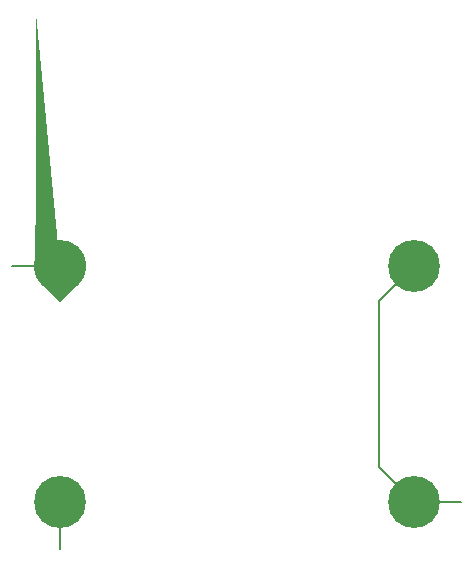
<source format=gtl>
%TF.GenerationSoftware,KiCad,Pcbnew,9.0.4*%
%TF.CreationDate,2025-10-01T23:03:45+01:00*%
%TF.ProjectId,mm_keycap_button,6d6d5f6b-6579-4636-9170-5f627574746f,0.4*%
%TF.SameCoordinates,PX8d24d00PY36d6160*%
%TF.FileFunction,Copper,L1,Top*%
%TF.FilePolarity,Positive*%
%FSLAX45Y45*%
G04 Gerber Fmt 4.5, Leading zero omitted, Abs format (unit mm)*
G04 Created by KiCad (PCBNEW 9.0.4) date 2025-10-01 23:03:45*
%MOMM*%
%LPD*%
G01*
G04 APERTURE LIST*
G04 Aperture macros list*
%AMFreePoly0*
4,1,59,1.555635,1.555635,1.602276,1.508284,1.690419,1.408790,1.772397,1.304154,1.847906,1.194760,1.916673,1.081007,1.978445,0.963309,2.032999,0.842096,2.080134,0.717810,2.119678,0.590905,2.151490,0.461844,2.175450,0.331096,2.191472,0.199143,2.199498,0.066462,2.199498,-0.066462,2.191472,-0.199143,2.175450,-0.331096,2.151490,-0.461844,2.119678,-0.590905,2.080134,-0.717810,
2.032999,-0.842096,1.978445,-0.963309,1.916673,-1.081007,1.847906,-1.194760,1.772397,-1.304154,1.690419,-1.408790,1.602276,-1.508284,1.555635,-1.555635,0.000000,-3.111270,-1.555635,-1.555635,-1.602276,-1.508284,-1.690419,-1.408790,-1.772397,-1.304154,-1.847906,-1.194760,-1.916673,-1.081007,-1.978445,-0.963309,-2.032999,-0.842096,-2.080134,-0.717810,-2.119678,-0.590905,-2.151490,-0.461844,
-2.175450,-0.331096,-2.191472,-0.199143,-2.199498,-0.066462,-2.199498,0.066462,-2.191472,0.199143,-2.175450,0.331096,-2.151490,0.461844,-2.119678,0.590905,-2.080134,0.717810,-2.032999,0.842096,-1.978445,0.963309,-1.916673,1.081007,-1.847906,1.194760,-1.772397,1.304154,-1.690419,1.408790,-1.602276,1.508284,-1.555635,1.555635,0.000000,3.111270,1.555635,1.555635,1.555635,1.555635,
$1*%
G04 Aperture macros list end*
%TA.AperFunction,SMDPad,CuDef*%
%ADD10C,0.125000*%
%TD*%
%TA.AperFunction,ComponentPad*%
%ADD11C,4.400000*%
%TD*%
%TA.AperFunction,FiducialPad,Local*%
%ADD12FreePoly0,135.000000*%
%TD*%
%TA.AperFunction,FiducialPad,Local*%
%ADD13C,4.400000*%
%TD*%
%TA.AperFunction,Conductor*%
%ADD14C,0.200000*%
%TD*%
G04 APERTURE END LIST*
D10*
%TO.P,GS1,1,JD_DATA*%
%TO.N,JD_DATA*%
X-1900000Y1000000D03*
%TD*%
D11*
%TO.P,MH3,MH3,MH3*%
%TO.N,JD_PWR*%
X-1500080Y-1000080D03*
%TD*%
%TO.P,MH4,MH4,MH4*%
%TO.N,GND*%
X1500000Y-1000000D03*
%TD*%
D10*
%TO.P,GS2,1,GND*%
%TO.N,GND*%
X1900000Y-1000000D03*
%TD*%
D11*
%TO.P,MH2,MH2,MH2*%
%TO.N,GND*%
X1500000Y1000000D03*
%TD*%
D10*
%TO.P,GS3,1,JD_DATA*%
%TO.N,JD_PWR*%
X-1500000Y-1400000D03*
%TD*%
D12*
%TO.P,MH1,MH1,MH1*%
%TO.N,JD_DATA*%
X-1500000Y1000000D03*
D13*
X-1500000Y1000000D03*
%TD*%
D14*
%TO.N,JD_DATA*%
X-1500000Y1000000D02*
X-1900000Y1000000D01*
%TO.N,GND*%
X1200000Y700000D02*
X1200000Y-700000D01*
X1200000Y-700000D02*
X1500000Y-1000000D01*
X1500000Y-1000000D02*
X1900000Y-1000000D01*
X1500000Y1000000D02*
X1200000Y700000D01*
X1200000Y-700000D02*
X1200000Y-700000D01*
X1900000Y-1000000D02*
X1900000Y-1000000D01*
%TO.N,JD_PWR*%
X-1500080Y-1399920D02*
X-1500000Y-1400000D01*
X-1500080Y-1000080D02*
X-1500080Y-1399920D01*
%TD*%
M02*

</source>
